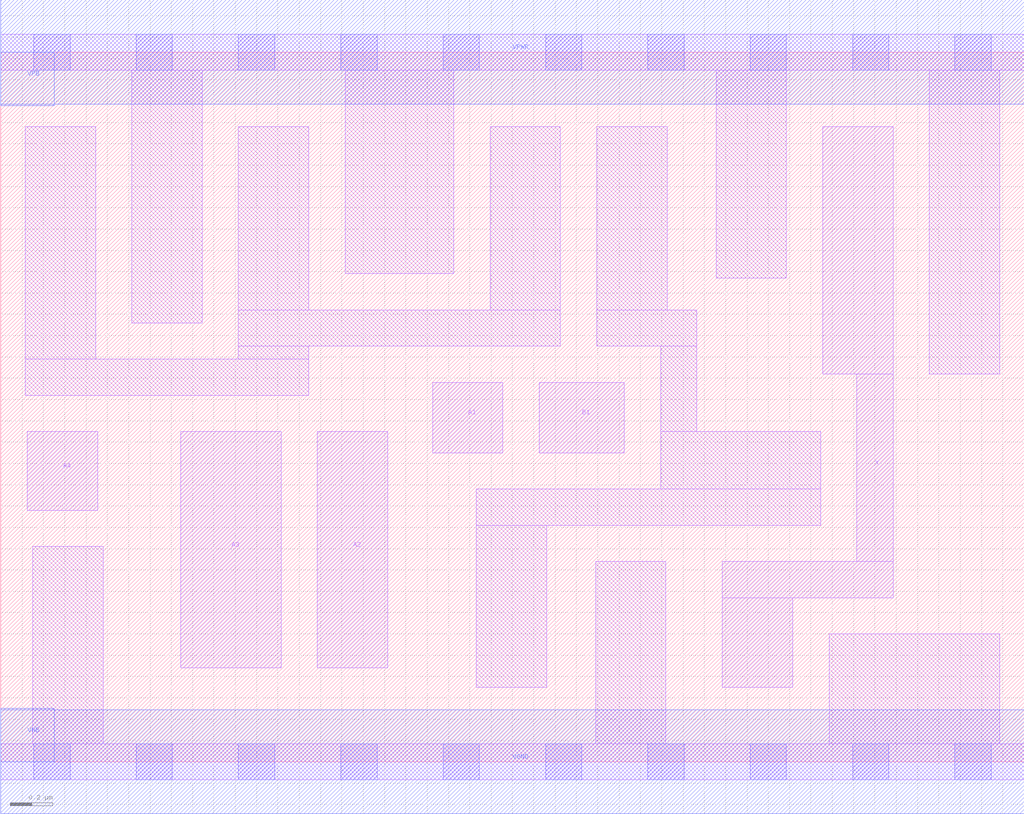
<source format=lef>
# Copyright 2020 The SkyWater PDK Authors
#
# Licensed under the Apache License, Version 2.0 (the "License");
# you may not use this file except in compliance with the License.
# You may obtain a copy of the License at
#
#     https://www.apache.org/licenses/LICENSE-2.0
#
# Unless required by applicable law or agreed to in writing, software
# distributed under the License is distributed on an "AS IS" BASIS,
# WITHOUT WARRANTIES OR CONDITIONS OF ANY KIND, either express or implied.
# See the License for the specific language governing permissions and
# limitations under the License.
#
# SPDX-License-Identifier: Apache-2.0

VERSION 5.5 ;
NAMESCASESENSITIVE ON ;
BUSBITCHARS "[]" ;
DIVIDERCHAR "/" ;
MACRO sky130_fd_sc_ms__a41o_2
  CLASS CORE ;
  SOURCE USER ;
  ORIGIN  0.000000  0.000000 ;
  SIZE  4.800000 BY  3.330000 ;
  SYMMETRY X Y ;
  SITE unit ;
  PIN A1
    ANTENNAGATEAREA  0.261000 ;
    DIRECTION INPUT ;
    USE SIGNAL ;
    PORT
      LAYER li1 ;
        RECT 2.025000 1.450000 2.355000 1.780000 ;
    END
  END A1
  PIN A2
    ANTENNAGATEAREA  0.261000 ;
    DIRECTION INPUT ;
    USE SIGNAL ;
    PORT
      LAYER li1 ;
        RECT 1.485000 0.440000 1.815000 1.550000 ;
    END
  END A2
  PIN A3
    ANTENNAGATEAREA  0.261000 ;
    DIRECTION INPUT ;
    USE SIGNAL ;
    PORT
      LAYER li1 ;
        RECT 0.845000 0.440000 1.315000 1.550000 ;
    END
  END A3
  PIN A4
    ANTENNAGATEAREA  0.261000 ;
    DIRECTION INPUT ;
    USE SIGNAL ;
    PORT
      LAYER li1 ;
        RECT 0.125000 1.180000 0.455000 1.550000 ;
    END
  END A4
  PIN B1
    ANTENNAGATEAREA  0.261000 ;
    DIRECTION INPUT ;
    USE SIGNAL ;
    PORT
      LAYER li1 ;
        RECT 2.525000 1.450000 2.925000 1.780000 ;
    END
  END B1
  PIN X
    ANTENNADIFFAREA  0.639400 ;
    DIRECTION OUTPUT ;
    USE SIGNAL ;
    PORT
      LAYER li1 ;
        RECT 3.385000 0.350000 3.715000 0.770000 ;
        RECT 3.385000 0.770000 4.185000 0.940000 ;
        RECT 3.855000 1.820000 4.185000 2.980000 ;
        RECT 4.015000 0.940000 4.185000 1.820000 ;
    END
  END X
  PIN VGND
    DIRECTION INOUT ;
    USE GROUND ;
    PORT
      LAYER met1 ;
        RECT 0.000000 -0.245000 4.800000 0.245000 ;
    END
  END VGND
  PIN VNB
    DIRECTION INOUT ;
    USE GROUND ;
    PORT
      LAYER met1 ;
        RECT 0.000000 0.000000 0.250000 0.250000 ;
    END
  END VNB
  PIN VPB
    DIRECTION INOUT ;
    USE POWER ;
    PORT
      LAYER met1 ;
        RECT 0.000000 3.080000 0.250000 3.330000 ;
    END
  END VPB
  PIN VPWR
    DIRECTION INOUT ;
    USE POWER ;
    PORT
      LAYER met1 ;
        RECT 0.000000 3.085000 4.800000 3.575000 ;
    END
  END VPWR
  OBS
    LAYER li1 ;
      RECT 0.000000 -0.085000 4.800000 0.085000 ;
      RECT 0.000000  3.245000 4.800000 3.415000 ;
      RECT 0.115000  1.720000 1.445000 1.890000 ;
      RECT 0.115000  1.890000 0.445000 2.980000 ;
      RECT 0.150000  0.085000 0.480000 1.010000 ;
      RECT 0.615000  2.060000 0.945000 3.245000 ;
      RECT 1.115000  1.890000 1.445000 1.950000 ;
      RECT 1.115000  1.950000 2.625000 2.120000 ;
      RECT 1.115000  2.120000 1.445000 2.980000 ;
      RECT 1.615000  2.290000 2.125000 3.245000 ;
      RECT 2.230000  0.350000 2.560000 1.110000 ;
      RECT 2.230000  1.110000 3.845000 1.280000 ;
      RECT 2.295000  2.120000 2.625000 2.980000 ;
      RECT 2.790000  0.085000 3.120000 0.940000 ;
      RECT 2.795000  1.950000 3.265000 2.120000 ;
      RECT 2.795000  2.120000 3.125000 2.980000 ;
      RECT 3.095000  1.280000 3.845000 1.550000 ;
      RECT 3.095000  1.550000 3.265000 1.950000 ;
      RECT 3.355000  2.270000 3.685000 3.245000 ;
      RECT 3.885000  0.085000 4.685000 0.600000 ;
      RECT 4.355000  1.820000 4.685000 3.245000 ;
    LAYER mcon ;
      RECT 0.155000 -0.085000 0.325000 0.085000 ;
      RECT 0.155000  3.245000 0.325000 3.415000 ;
      RECT 0.635000 -0.085000 0.805000 0.085000 ;
      RECT 0.635000  3.245000 0.805000 3.415000 ;
      RECT 1.115000 -0.085000 1.285000 0.085000 ;
      RECT 1.115000  3.245000 1.285000 3.415000 ;
      RECT 1.595000 -0.085000 1.765000 0.085000 ;
      RECT 1.595000  3.245000 1.765000 3.415000 ;
      RECT 2.075000 -0.085000 2.245000 0.085000 ;
      RECT 2.075000  3.245000 2.245000 3.415000 ;
      RECT 2.555000 -0.085000 2.725000 0.085000 ;
      RECT 2.555000  3.245000 2.725000 3.415000 ;
      RECT 3.035000 -0.085000 3.205000 0.085000 ;
      RECT 3.035000  3.245000 3.205000 3.415000 ;
      RECT 3.515000 -0.085000 3.685000 0.085000 ;
      RECT 3.515000  3.245000 3.685000 3.415000 ;
      RECT 3.995000 -0.085000 4.165000 0.085000 ;
      RECT 3.995000  3.245000 4.165000 3.415000 ;
      RECT 4.475000 -0.085000 4.645000 0.085000 ;
      RECT 4.475000  3.245000 4.645000 3.415000 ;
  END
END sky130_fd_sc_ms__a41o_2
END LIBRARY

</source>
